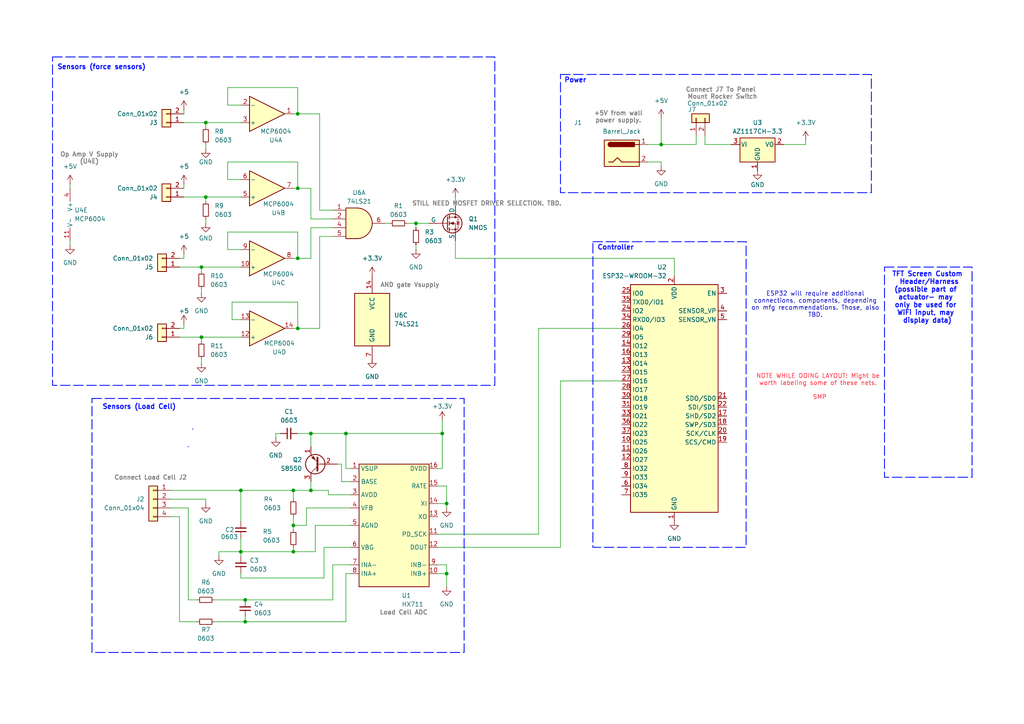
<source format=kicad_sch>
(kicad_sch (version 20231120) (generator "eeschema") (generator_version "8.0")
  (paper "A4")
  (title_block (title "FOPS") (date "2024-11-06") (rev "2") (company "Team 09"))
  (lib_symbols
    (symbol "74xx:74LS21" (pin_names (offset 1.016))
      (property "Reference" "U" (at 0 1.27 0))
      (property "Value" "74LS21" (at 0 -1.27 0))
      (symbol "74LS21_1_1"
        (arc (start -0.635 -4.445) (mid 3.7907 0) (end -0.635 4.445) (stroke (width 0.254)) (fill (type background)))
        (polyline (pts (xy -0.635 4.445) (xy -3.81 4.445) (xy -3.81 -4.445) (xy -0.635 -4.445)) (stroke (width 0.254)) (fill (type background)))
        (pin input line (at -7.62 3.81 0) (length 3.81) (name "~") (number "1"))
        (pin input line (at -7.62 1.27 0) (length 3.81) (name "~") (number "2"))
        (pin input line (at -7.62 -1.27 0) (length 3.81) (name "~") (number "4"))
        (pin input line (at -7.62 -3.81 0) (length 3.81) (name "~") (number "5"))
        (pin output line (at 7.62 0 180) (length 3.81) (name "~") (number "6"))
      )
      (symbol "74LS21_1_2"
        (arc (start -3.81 -4.445) (mid -2.5908 0) (end -3.81 4.445) (stroke (width 0.254)))
        (arc (start -0.6096 -4.445) (mid 2.2246 -2.8422) (end 3.81 0) (stroke (width 0.254)) (fill (type background)))
        (polyline (pts (xy -3.81 -4.445) (xy -0.635 -4.445)) (stroke (width 0.254)) (fill (type background)))
        (polyline (pts (xy -3.81 4.445) (xy -0.635 4.445)) (stroke (width 0.254)) (fill (type background)))
        (polyline (pts (xy -0.635 4.445) (xy -3.81 4.445) (xy -3.81 4.445) (xy -3.6322 4.0894) (xy -3.0988 2.921) (xy -2.7686 1.6764) (xy -2.6162 0.4318) (xy -2.6416 -0.8636) (xy -2.8702 -2.1082) (xy -3.2512 -3.3274) (xy -3.81 -4.445) (xy -3.81 -4.445) (xy -0.635 -4.445)) (stroke (width -25.4)) (fill (type background)))
        (arc (start 3.81 0) (mid 2.2204 2.8379) (end -0.6096 4.445) (stroke (width 0.254)) (fill (type background)))
        (pin input inverted (at -7.62 3.81 0) (length 3.81) (name "~") (number "1"))
        (pin input inverted (at -7.62 1.27 0) (length 4.826) (name "~") (number "2"))
        (pin input inverted (at -7.62 -1.27 0) (length 4.826) (name "~") (number "4"))
        (pin input inverted (at -7.62 -3.81 0) (length 3.81) (name "~") (number "5"))
        (pin output inverted (at 7.62 0 180) (length 3.81) (name "~") (number "6"))
      )
      (symbol "74LS21_2_1"
        (arc (start -0.635 -4.445) (mid 3.7907 0) (end -0.635 4.445) (stroke (width 0.254)) (fill (type background)))
        (polyline (pts (xy -0.635 4.445) (xy -3.81 4.445) (xy -3.81 -4.445) (xy -0.635 -4.445)) (stroke (width 0.254)) (fill (type background)))
        (pin input line (at -7.62 1.27 0) (length 3.81) (name "~") (number "10"))
        (pin input line (at -7.62 -1.27 0) (length 3.81) (name "~") (number "12"))
        (pin input line (at -7.62 -3.81 0) (length 3.81) (name "~") (number "13"))
        (pin output line (at 7.62 0 180) (length 3.81) (name "~") (number "8"))
        (pin input line (at -7.62 3.81 0) (length 3.81) (name "~") (number "9"))
      )
      (symbol "74LS21_2_2"
        (arc (start -3.81 -4.445) (mid -2.5908 0) (end -3.81 4.445) (stroke (width 0.254)))
        (arc (start -0.6096 -4.445) (mid 2.2246 -2.8422) (end 3.81 0) (stroke (width 0.254)) (fill (type background)))
        (polyline (pts (xy -3.81 -4.445) (xy -0.635 -4.445)) (stroke (width 0.254)) (fill (type background)))
        (polyline (pts (xy -3.81 4.445) (xy -0.635 4.445)) (stroke (width 0.254)) (fill (type background)))
        (polyline (pts (xy -0.635 4.445) (xy -3.81 4.445) (xy -3.81 4.445) (xy -3.6322 4.0894) (xy -3.0988 2.921) (xy -2.7686 1.6764) (xy -2.6162 0.4318) (xy -2.6416 -0.8636) (xy -2.8702 -2.1082) (xy -3.2512 -3.3274) (xy -3.81 -4.445) (xy -3.81 -4.445) (xy -0.635 -4.445)) (stroke (width -25.4)) (fill (type background)))
        (arc (start 3.81 0) (mid 2.2204 2.8379) (end -0.6096 4.445) (stroke (width 0.254)) (fill (type background)))
        (pin input inverted (at -7.62 1.27 0) (length 4.826) (name "~") (number "10"))
        (pin input inverted (at -7.62 -1.27 0) (length 4.826) (name "~") (number "12"))
        (pin input inverted (at -7.62 -3.81 0) (length 3.81) (name "~") (number "13"))
        (pin output inverted (at 7.62 0 180) (length 3.81) (name "~") (number "8"))
        (pin input inverted (at -7.62 3.81 0) (length 3.81) (name "~") (number "9"))
      )
      (symbol "74LS21_3_0"
        (pin power_in line (at 0 12.7 270) (length 5.08) (name "VCC") (number "14"))
        (pin power_in line (at 0 -12.7 90) (length 5.08) (name "GND") (number "7"))
      )
      (symbol "74LS21_3_1"
        (rectangle (start -5.08 7.62) (end 5.08 -7.62) (stroke (width 0.254)) (fill (type background)))
      )
    )
    (symbol "Amplifier_Operational:MCP6004" (pin_names (offset 0.127))
      (property "Reference" "U" (at 0 5.08 0))
      (property "Value" "MCP6004" (at 0 -5.08 0))
      (symbol "MCP6004_1_1"
        (polyline (pts (xy -5.08 5.08) (xy 5.08 0) (xy -5.08 -5.08) (xy -5.08 5.08)) (stroke (width 0.254)) (fill (type background)))
        (pin output line (at 7.62 0 180) (length 2.54) (name "~") (number "1"))
        (pin input line (at -7.62 -2.54 0) (length 2.54) (name "-") (number "2"))
        (pin input line (at -7.62 2.54 0) (length 2.54) (name "+") (number "3"))
      )
      (symbol "MCP6004_2_1"
        (polyline (pts (xy -5.08 5.08) (xy 5.08 0) (xy -5.08 -5.08) (xy -5.08 5.08)) (stroke (width 0.254)) (fill (type background)))
        (pin input line (at -7.62 2.54 0) (length 2.54) (name "+") (number "5"))
        (pin input line (at -7.62 -2.54 0) (length 2.54) (name "-") (number "6"))
        (pin output line (at 7.62 0 180) (length 2.54) (name "~") (number "7"))
      )
      (symbol "MCP6004_3_1"
        (polyline (pts (xy -5.08 5.08) (xy 5.08 0) (xy -5.08 -5.08) (xy -5.08 5.08)) (stroke (width 0.254)) (fill (type background)))
        (pin input line (at -7.62 2.54 0) (length 2.54) (name "+") (number "10"))
        (pin output line (at 7.62 0 180) (length 2.54) (name "~") (number "8"))
        (pin input line (at -7.62 -2.54 0) (length 2.54) (name "-") (number "9"))
      )
      (symbol "MCP6004_4_1"
        (polyline (pts (xy -5.08 5.08) (xy 5.08 0) (xy -5.08 -5.08) (xy -5.08 5.08)) (stroke (width 0.254)) (fill (type background)))
        (pin input line (at -7.62 2.54 0) (length 2.54) (name "+") (number "12"))
        (pin input line (at -7.62 -2.54 0) (length 2.54) (name "-") (number "13"))
        (pin output line (at 7.62 0 180) (length 2.54) (name "~") (number "14"))
      )
      (symbol "MCP6004_5_1"
        (pin power_in line (at -2.54 -7.62 90) (length 3.81) (name "V-") (number "11"))
        (pin power_in line (at -2.54 7.62 270) (length 3.81) (name "V+") (number "4"))
      )
    )
    (symbol "Analog_ADC:HX711"
      (property "Reference" "U1" (at 2.1941 -20.32 0))
      (property "Value" "HX711" (at 2.1941 -22.86 0))
      (symbol "HX711_0_1"
        (rectangle (start -10.16 17.78) (end 10.16 -17.78) (stroke (width 0.254)) (fill (type background)))
      )
      (symbol "HX711_1_1"
        (pin power_in line (at -12.7 16.51 0) (length 2.54) (name "VSUP") (number "1"))
        (pin input line (at 12.7 -13.97 180) (length 2.54) (name "INB+") (number "10"))
        (pin input line (at 12.7 -2.54 180) (length 2.54) (name "PD_SCK") (number "11"))
        (pin output line (at 12.7 -6.35 180) (length 2.54) (name "DOUT") (number "12"))
        (pin passive line (at 12.7 2.54 180) (length 2.54) (name "XO") (number "13"))
        (pin passive line (at 12.7 6.35 180) (length 2.54) (name "XI") (number "14"))
        (pin input line (at 12.7 11.43 180) (length 2.54) (name "RATE") (number "15"))
        (pin power_in line (at 12.7 16.51 180) (length 2.54) (name "DVDD") (number "16"))
        (pin passive line (at -12.7 12.7 0) (length 2.54) (name "BASE") (number "2"))
        (pin power_in line (at -12.7 8.89 0) (length 2.54) (name "AVDD") (number "3"))
        (pin input line (at -12.7 5.08 0) (length 2.54) (name "VFB") (number "4"))
        (pin power_in line (at -12.7 0 0) (length 2.54) (name "AGND") (number "5"))
        (pin passive line (at -12.7 -6.35 0) (length 2.54) (name "VBG") (number "6"))
        (pin input line (at -12.7 -11.43 0) (length 2.54) (name "INA-") (number "7"))
        (pin input line (at -12.7 -13.97 0) (length 2.54) (name "INA+") (number "8"))
        (pin input line (at 12.7 -11.43 180) (length 2.54) (name "INB-") (number "9"))
      )
    )
    (symbol "Connector:Barrel_Jack" (pin_names (offset 1.016))
      (property "Reference" "J" (at 0 5.334 0))
      (property "Value" "Barrel_Jack" (at 0 -5.08 0))
      (symbol "Barrel_Jack_0_1"
        (rectangle (start -5.08 3.81) (end 5.08 -3.81) (stroke (width 0.254)) (fill (type background)))
        (arc (start -3.302 3.175) (mid -3.9343 2.54) (end -3.302 1.905) (stroke (width 0.254)))
        (arc (start -3.302 3.175) (mid -3.9343 2.54) (end -3.302 1.905) (stroke (width 0.254)) (fill (type outline)))
        (polyline (pts (xy 5.08 2.54) (xy 3.81 2.54)) (stroke (width 0.254)))
        (polyline (pts (xy -3.81 -2.54) (xy -2.54 -2.54) (xy -1.27 -1.27) (xy 0 -2.54) (xy 2.54 -2.54) (xy 5.08 -2.54)) (stroke (width 0.254)))
        (rectangle (start 3.683 3.175) (end -3.302 1.905) (stroke (width 0.254)) (fill (type outline)))
      )
      (symbol "Barrel_Jack_1_1"
        (pin passive line (at 7.62 2.54 180) (length 2.54) (name "~") (number "1"))
        (pin passive line (at 7.62 -2.54 180) (length 2.54) (name "~") (number "2"))
      )
    )
    (symbol "Connector_Generic:Conn_01x02" (pin_names (offset 1.016) hide)
      (property "Reference" "J" (at 0 2.54 0))
      (property "Value" "Conn_01x02" (at 0 -5.08 0))
      (symbol "Conn_01x02_1_1"
        (rectangle (start -1.27 -2.413) (end 0 -2.667) (stroke (width 0.1524)))
        (rectangle (start -1.27 0.127) (end 0 -0.127) (stroke (width 0.1524)))
        (rectangle (start -1.27 1.27) (end 1.27 -3.81) (stroke (width 0.254)) (fill (type background)))
        (pin passive line (at -5.08 0 0) (length 3.81) (name "Pin_1") (number "1"))
        (pin passive line (at -5.08 -2.54 0) (length 3.81) (name "Pin_2") (number "2"))
      )
    )
    (symbol "Connector_Generic:Conn_01x04" (pin_names (offset 1.016) hide)
      (property "Reference" "J" (at 0 5.08 0))
      (property "Value" "Conn_01x04" (at 0 -7.62 0))
      (symbol "Conn_01x04_1_1"
        (rectangle (start -1.27 -4.953) (end 0 -5.207) (stroke (width 0.1524)))
        (rectangle (start -1.27 -2.413) (end 0 -2.667) (stroke (width 0.1524)))
        (rectangle (start -1.27 0.127) (end 0 -0.127) (stroke (width 0.1524)))
        (rectangle (start -1.27 2.667) (end 0 2.413) (stroke (width 0.1524)))
        (rectangle (start -1.27 3.81) (end 1.27 -6.35) (stroke (width 0.254)) (fill (type background)))
        (pin passive line (at -5.08 2.54 0) (length 3.81) (name "Pin_1") (number "1"))
        (pin passive line (at -5.08 0 0) (length 3.81) (name "Pin_2") (number "2"))
        (pin passive line (at -5.08 -2.54 0) (length 3.81) (name "Pin_3") (number "3"))
        (pin passive line (at -5.08 -5.08 0) (length 3.81) (name "Pin_4") (number "4"))
      )
    )
    (symbol "Device:C_Small" (pin_numbers hide) (pin_names (offset 0.254) hide)
      (property "Reference" "C" (at 0.254 1.778 0))
      (property "Value" "C_Small" (at 0.254 -2.032 0))
      (symbol "C_Small_0_1"
        (polyline (pts (xy -1.524 -0.508) (xy 1.524 -0.508)) (stroke (width 0.3302)))
        (polyline (pts (xy -1.524 0.508) (xy 1.524 0.508)) (stroke (width 0.3048)))
      )
      (symbol "C_Small_1_1"
        (pin passive line (at 0 2.54 270) (length 2.032) (name "~") (number "1"))
        (pin passive line (at 0 -2.54 90) (length 2.032) (name "~") (number "2"))
      )
    )
    (symbol "Device:R_Small" (pin_numbers hide) (pin_names (offset 0.254) hide)
      (property "Reference" "R" (at 0.762 0.508 0))
      (property "Value" "R_Small" (at 0.762 -1.016 0))
      (symbol "R_Small_0_1"
        (rectangle (start -0.762 1.778) (end 0.762 -1.778) (stroke (width 0.2032)))
      )
      (symbol "R_Small_1_1"
        (pin passive line (at 0 2.54 270) (length 0.762) (name "~") (number "1"))
        (pin passive line (at 0 -2.54 90) (length 0.762) (name "~") (number "2"))
      )
    )
    (symbol "RF_Module:ESP32-WROOM-32"
      (property "Reference" "U" (at -12.7 34.29 0))
      (property "Value" "ESP32-WROOM-32" (at 1.27 34.29 0))
      (symbol "ESP32-WROOM-32_0_1"
        (rectangle (start -12.7 33.02) (end 12.7 -33.02) (stroke (width 0.254)) (fill (type background)))
      )
      (symbol "ESP32-WROOM-32_1_1"
        (pin power_in line (at 0 -35.56 90) (length 2.54) (name "GND") (number "1"))
        (pin bidirectional line (at 15.24 -12.7 180) (length 2.54) (name "IO25") (number "10"))
        (pin bidirectional line (at 15.24 -15.24 180) (length 2.54) (name "IO26") (number "11"))
        (pin bidirectional line (at 15.24 -17.78 180) (length 2.54) (name "IO27") (number "12"))
        (pin bidirectional line (at 15.24 10.16 180) (length 2.54) (name "IO14") (number "13"))
        (pin bidirectional line (at 15.24 15.24 180) (length 2.54) (name "IO12") (number "14"))
        (pin passive line (at 0 -35.56 90) (length 2.54) hide (name "GND") (number "15"))
        (pin bidirectional line (at 15.24 12.7 180) (length 2.54) (name "IO13") (number "16"))
        (pin bidirectional line (at -15.24 -5.08 0) (length 2.54) (name "SHD/SD2") (number "17"))
        (pin bidirectional line (at -15.24 -7.62 0) (length 2.54) (name "SWP/SD3") (number "18"))
        (pin bidirectional line (at -15.24 -12.7 0) (length 2.54) (name "SCS/CMD") (number "19"))
        (pin power_in line (at 0 35.56 270) (length 2.54) (name "VDD") (number "2"))
        (pin bidirectional line (at -15.24 -10.16 0) (length 2.54) (name "SCK/CLK") (number "20"))
        (pin bidirectional line (at -15.24 0 0) (length 2.54) (name "SDO/SD0") (number "21"))
        (pin bidirectional line (at -15.24 -2.54 0) (length 2.54) (name "SDI/SD1") (number "22"))
        (pin bidirectional line (at 15.24 7.62 180) (length 2.54) (name "IO15") (number "23"))
        (pin bidirectional line (at 15.24 25.4 180) (length 2.54) (name "IO2") (number "24"))
        (pin bidirectional line (at 15.24 30.48 180) (length 2.54) (name "IO0") (number "25"))
        (pin bidirectional line (at 15.24 20.32 180) (length 2.54) (name "IO4") (number "26"))
        (pin bidirectional line (at 15.24 5.08 180) (length 2.54) (name "IO16") (number "27"))
        (pin bidirectional line (at 15.24 2.54 180) (length 2.54) (name "IO17") (number "28"))
        (pin bidirectional line (at 15.24 17.78 180) (length 2.54) (name "IO5") (number "29"))
        (pin input line (at -15.24 30.48 0) (length 2.54) (name "EN") (number "3"))
        (pin bidirectional line (at 15.24 0 180) (length 2.54) (name "IO18") (number "30"))
        (pin bidirectional line (at 15.24 -2.54 180) (length 2.54) (name "IO19") (number "31"))
        (pin no_connect line (at -12.7 -27.94 0) (length 2.54) hide (name "NC") (number "32"))
        (pin bidirectional line (at 15.24 -5.08 180) (length 2.54) (name "IO21") (number "33"))
        (pin bidirectional line (at 15.24 22.86 180) (length 2.54) (name "RXD0/IO3") (number "34"))
        (pin bidirectional line (at 15.24 27.94 180) (length 2.54) (name "TXD0/IO1") (number "35"))
        (pin bidirectional line (at 15.24 -7.62 180) (length 2.54) (name "IO22") (number "36"))
        (pin bidirectional line (at 15.24 -10.16 180) (length 2.54) (name "IO23") (number "37"))
        (pin passive line (at 0 -35.56 90) (length 2.54) hide (name "GND") (number "38"))
        (pin passive line (at 0 -35.56 90) (length 2.54) hide (name "GND") (number "39"))
        (pin input line (at -15.24 25.4 0) (length 2.54) (name "SENSOR_VP") (number "4"))
        (pin input line (at -15.24 22.86 0) (length 2.54) (name "SENSOR_VN") (number "5"))
        (pin input line (at 15.24 -25.4 180) (length 2.54) (name "IO34") (number "6"))
        (pin input line (at 15.24 -27.94 180) (length 2.54) (name "IO35") (number "7"))
        (pin bidirectional line (at 15.24 -20.32 180) (length 2.54) (name "IO32") (number "8"))
        (pin bidirectional line (at 15.24 -22.86 180) (length 2.54) (name "IO33") (number "9"))
      )
    )
    (symbol "Regulator_Linear:AZ1117-3.3" (pin_names (offset 0.254))
      (property "Reference" "U" (at -3.81 3.175 0))
      (property "Value" "AZ1117-3.3" (at 0 3.175 0))
      (symbol "AZ1117-3.3_0_1"
        (rectangle (start -5.08 1.905) (end 5.08 -5.08) (stroke (width 0.254)) (fill (type background)))
      )
      (symbol "AZ1117-3.3_1_1"
        (pin power_in line (at 0 -7.62 90) (length 2.54) (name "GND") (number "1"))
        (pin power_out line (at 7.62 0 180) (length 2.54) (name "VO") (number "2"))
        (pin power_in line (at -7.62 0 0) (length 2.54) (name "VI") (number "3"))
      )
    )
    (symbol "Simulation_SPICE:NMOS" (pin_numbers hide) (pin_names (offset 0))
      (property "Reference" "Q" (at 5.08 1.27 0))
      (property "Value" "NMOS" (at 5.08 -1.27 0))
      (symbol "NMOS_0_1"
        (polyline (pts (xy 0.254 0) (xy -2.54 0)))
        (polyline (pts (xy 0.254 1.905) (xy 0.254 -1.905)) (stroke (width 0.254)))
        (polyline (pts (xy 0.762 -1.27) (xy 0.762 -2.286)) (stroke (width 0.254)))
        (polyline (pts (xy 0.762 0.508) (xy 0.762 -0.508)) (stroke (width 0.254)))
        (polyline (pts (xy 0.762 2.286) (xy 0.762 1.27)) (stroke (width 0.254)))
        (polyline (pts (xy 2.54 2.54) (xy 2.54 1.778)))
        (polyline (pts (xy 2.54 -2.54) (xy 2.54 0) (xy 0.762 0)))
        (polyline (pts (xy 0.762 -1.778) (xy 3.302 -1.778) (xy 3.302 1.778) (xy 0.762 1.778)))
        (polyline (pts (xy 1.016 0) (xy 2.032 0.381) (xy 2.032 -0.381) (xy 1.016 0)) (fill (type outline)))
        (polyline (pts (xy 2.794 0.508) (xy 2.921 0.381) (xy 3.683 0.381) (xy 3.81 0.254)))
        (polyline (pts (xy 3.302 0.381) (xy 2.921 -0.254) (xy 3.683 -0.254) (xy 3.302 0.381)))
        (circle (center 1.651 0) (radius 2.794) (stroke (width 0.254)))
        (circle (center 2.54 -1.778) (radius 0.254) (fill (type outline)))
        (circle (center 2.54 1.778) (radius 0.254) (fill (type outline)))
      )
      (symbol "NMOS_1_1"
        (pin passive line (at 2.54 5.08 270) (length 2.54) (name "D") (number "1"))
        (pin input line (at -5.08 0 0) (length 2.54) (name "G") (number "2"))
        (pin passive line (at 2.54 -5.08 90) (length 2.54) (name "S") (number "3"))
      )
    )
    (symbol "Transistor_BJT:S8550" (pin_names (offset 0) hide)
      (property "Reference" "Q" (at 5.08 1.905 0))
      (property "Value" "S8550" (at 5.08 0 0))
      (symbol "S8550_0_1"
        (polyline (pts (xy 0 0) (xy 0.635 0)))
        (polyline (pts (xy 2.54 -2.54) (xy 0.635 -0.635)))
        (polyline (pts (xy 2.54 2.54) (xy 0.635 0.635)))
        (polyline (pts (xy 0.635 1.905) (xy 0.635 -1.905) (xy 0.635 -1.905)) (stroke (width 0.508)) (fill (type outline)))
        (polyline (pts (xy 1.778 -2.286) (xy 2.286 -1.778) (xy 1.27 -1.27) (xy 1.778 -2.286) (xy 1.778 -2.286)) (fill (type outline)))
        (circle (center 1.27 0) (radius 2.8194) (stroke (width 0.254)))
      )
      (symbol "S8550_1_1"
        (pin passive line (at 2.54 -5.08 90) (length 2.54) (name "E") (number "1"))
        (pin input line (at -5.08 0 0) (length 5.08) (name "B") (number "2"))
        (pin passive line (at 2.54 5.08 270) (length 2.54) (name "C") (number "3"))
      )
    )
    (symbol "power:+3.3V" (power) (pin_numbers hide) (pin_names (offset 0) hide)
      (property "Value" "+3.3V" (at 0 3.556 0))
      (symbol "+3.3V_0_1"
        (polyline (pts (xy -0.762 1.27) (xy 0 2.54)))
        (polyline (pts (xy 0 0) (xy 0 2.54)))
        (polyline (pts (xy 0 2.54) (xy 0.762 1.27)))
      )
      (symbol "+3.3V_1_1"
        (pin power_in line (at 0 0 90) (length 0) (name "~") (number "1"))
      )
    )
    (symbol "power:+5V" (power) (pin_numbers hide) (pin_names (offset 0) hide)
      (property "Value" "+5V" (at 0 3.556 0))
      (symbol "+5V_0_1"
        (polyline (pts (xy -0.762 1.27) (xy 0 2.54)))
        (polyline (pts (xy 0 0) (xy 0 2.54)))
        (polyline (pts (xy 0 2.54) (xy 0.762 1.27)))
      )
      (symbol "+5V_1_1"
        (pin power_in line (at 0 0 90) (length 0) (name "~") (number "1"))
      )
    )
    (symbol "power:GND" (power) (pin_numbers hide) (pin_names (offset 0) hide)
      (property "Value" "GND" (at 0 -3.81 0))
      (symbol "GND_0_1"
        (polyline (pts (xy 0 0) (xy 0 -1.27) (xy 1.27 -1.27) (xy 0 -2.54) (xy -1.27 -1.27) (xy 0 -1.27)))
      )
      (symbol "GND_1_1"
        (pin power_in line (at 0 0 270) (length 0) (name "~") (number "1"))
      )
    )
  )
  (junction (at 129.54 166.37))
  (junction (at 59.69 35.56))
  (junction (at 128.27 125.73))
  (junction (at 191.77 41.91))
  (junction (at 86.36 74.93))
  (junction (at 90.17 125.73))
  (junction (at 69.85 160.02))
  (junction (at 85.09 142.24))
  (junction (at 69.85 142.24))
  (junction (at 58.42 77.47))
  (junction (at 100.33 125.73))
  (junction (at 71.12 173.99))
  (junction (at 71.12 180.34))
  (junction (at 59.69 57.15))
  (junction (at 85.09 152.4))
  (junction (at 90.17 142.24))
  (junction (at 129.54 146.05))
  (junction (at 86.36 54.61))
  (junction (at 86.36 33.02))
  (junction (at 58.42 97.79))
  (junction (at 85.09 160.02))
  (junction (at 120.65 64.77))
  (junction (at 86.36 95.25))
  (wire (pts (xy 62.23 173.99) (xy 71.12 173.99)))
  (wire (pts (xy 111.76 64.77) (xy 113.03 64.77)))
  (wire (pts (xy 127 140.97) (xy 129.54 140.97)))
  (wire (pts (xy 162.56 158.75) (xy 162.56 110.49)))
  (wire (pts (xy 85.09 74.93) (xy 86.36 74.93)))
  (wire (pts (xy 53.34 53.34) (xy 53.34 54.61)))
  (wire (pts (xy 52.07 97.79) (xy 58.42 97.79)))
  (wire (pts (xy 58.42 97.79) (xy 58.42 99.06)))
  (wire (pts (xy 191.77 46.99) (xy 191.77 48.26)))
  (wire (pts (xy 93.98 167.64) (xy 69.85 167.64)))
  (wire (pts (xy 49.53 142.24) (xy 69.85 142.24)))
  (wire (pts (xy 69.85 160.02) (xy 85.09 160.02)))
  (wire (pts (xy 86.36 74.93) (xy 90.17 74.93)))
  (wire (pts (xy 69.85 142.24) (xy 69.85 151.13)))
  (wire (pts (xy 204.47 41.91) (xy 204.47 39.37)))
  (wire (pts (xy 227.33 41.91) (xy 233.68 41.91)))
  (wire (pts (xy 85.09 160.02) (xy 85.09 158.75)))
  (wire (pts (xy 80.01 125.73) (xy 80.01 127)))
  (wire (pts (xy 69.85 156.21) (xy 69.85 160.02)))
  (wire (pts (xy 49.53 144.78) (xy 59.69 144.78)))
  (wire (pts (xy 63.5 160.02) (xy 69.85 160.02)))
  (wire (pts (xy 101.6 147.32) (xy 88.9 147.32)))
  (wire (pts (xy 90.17 125.73) (xy 100.33 125.73)))
  (wire (pts (xy 132.08 74.93) (xy 195.58 74.93)))
  (wire (pts (xy 204.47 41.91) (xy 212.09 41.91)))
  (wire (pts (xy 92.71 68.58) (xy 96.52 68.58)))
  (wire (pts (xy 59.69 144.78) (xy 59.69 146.05)))
  (wire (pts (xy 59.69 58.42) (xy 59.69 57.15)))
  (wire (pts (xy 67.31 92.71) (xy 69.85 92.71)))
  (wire (pts (xy 162.56 110.49) (xy 180.34 110.49)))
  (wire (pts (xy 191.77 41.91) (xy 201.93 41.91)))
  (wire (pts (xy 66.04 72.39) (xy 69.85 72.39)))
  (wire (pts (xy 59.69 41.91) (xy 59.69 43.18)))
  (wire (pts (xy 59.69 35.56) (xy 69.85 35.56)))
  (wire (pts (xy 81.28 125.73) (xy 80.01 125.73)))
  (wire (pts (xy 20.32 53.34) (xy 20.32 54.61)))
  (wire (pts (xy 53.34 73.66) (xy 53.34 74.93)))
  (wire (pts (xy 127 166.37) (xy 129.54 166.37)))
  (wire (pts (xy 52.07 95.25) (xy 53.34 95.25)))
  (wire (pts (xy 58.42 104.14) (xy 58.42 105.41)))
  (wire (pts (xy 118.11 64.77) (xy 120.65 64.77)))
  (wire (pts (xy 191.77 41.91) (xy 191.77 34.29)))
  (wire (pts (xy 92.71 33.02) (xy 92.71 60.96)))
  (wire (pts (xy 85.09 152.4) (xy 85.09 153.67)))
  (wire (pts (xy 66.04 67.31) (xy 86.36 67.31)))
  (wire (pts (xy 52.07 149.86) (xy 52.07 180.34)))
  (wire (pts (xy 67.31 87.63) (xy 67.31 92.71)))
  (wire (pts (xy 58.42 97.79) (xy 69.85 97.79)))
  (wire (pts (xy 101.6 166.37) (xy 100.33 166.37)))
  (wire (pts (xy 90.17 125.73) (xy 90.17 129.54)))
  (wire (pts (xy 86.36 67.31) (xy 86.36 74.93)))
  (wire (pts (xy 86.36 46.99) (xy 86.36 54.61)))
  (wire (pts (xy 85.09 33.02) (xy 86.36 33.02)))
  (wire (pts (xy 120.65 64.77) (xy 120.65 66.04)))
  (wire (pts (xy 85.09 149.86) (xy 85.09 152.4)))
  (wire (pts (xy 156.21 95.25) (xy 180.34 95.25)))
  (wire (pts (xy 100.33 166.37) (xy 100.33 180.34)))
  (wire (pts (xy 20.32 69.85) (xy 20.32 71.12)))
  (wire (pts (xy 69.85 142.24) (xy 85.09 142.24)))
  (wire (pts (xy 63.5 161.29) (xy 63.5 160.02)))
  (wire (pts (xy 58.42 78.74) (xy 58.42 77.47)))
  (wire (pts (xy 58.42 77.47) (xy 69.85 77.47)))
  (wire (pts (xy 71.12 173.99) (xy 96.52 173.99)))
  (wire (pts (xy 101.6 135.89) (xy 100.33 135.89)))
  (wire (pts (xy 92.71 95.25) (xy 92.71 68.58)))
  (wire (pts (xy 49.53 147.32) (xy 54.61 147.32)))
  (wire (pts (xy 86.36 54.61) (xy 90.17 54.61)))
  (wire (pts (xy 88.9 147.32) (xy 88.9 152.4)))
  (wire (pts (xy 85.09 160.02) (xy 91.44 160.02)))
  (wire (pts (xy 59.69 57.15) (xy 69.85 57.15)))
  (wire (pts (xy 129.54 146.05) (xy 129.54 147.32)))
  (wire (pts (xy 90.17 142.24) (xy 90.17 139.7)))
  (wire (pts (xy 85.09 142.24) (xy 90.17 142.24)))
  (wire (pts (xy 86.36 125.73) (xy 90.17 125.73)))
  (wire (pts (xy 52.07 74.93) (xy 53.34 74.93)))
  (wire (pts (xy 91.44 152.4) (xy 91.44 160.02)))
  (wire (pts (xy 100.33 125.73) (xy 100.33 135.89)))
  (wire (pts (xy 49.53 149.86) (xy 52.07 149.86)))
  (wire (pts (xy 101.6 143.51) (xy 95.25 143.51)))
  (wire (pts (xy 58.42 85.09) (xy 58.42 83.82)))
  (wire (pts (xy 53.34 57.15) (xy 59.69 57.15)))
  (wire (pts (xy 53.34 31.75) (xy 53.34 33.02)))
  (wire (pts (xy 86.36 25.4) (xy 86.36 33.02)))
  (wire (pts (xy 66.04 52.07) (xy 69.85 52.07)))
  (wire (pts (xy 156.21 154.94) (xy 156.21 95.25)))
  (wire (pts (xy 107.95 105.41) (xy 107.95 104.14)))
  (wire (pts (xy 127 163.83) (xy 129.54 163.83)))
  (wire (pts (xy 66.04 46.99) (xy 66.04 52.07)))
  (wire (pts (xy 132.08 57.15) (xy 132.08 59.69)))
  (wire (pts (xy 128.27 121.92) (xy 128.27 125.73)))
  (wire (pts (xy 88.9 152.4) (xy 85.09 152.4)))
  (wire (pts (xy 96.52 163.83) (xy 96.52 173.99)))
  (wire (pts (xy 52.07 180.34) (xy 57.15 180.34)))
  (wire (pts (xy 99.06 134.62) (xy 97.79 134.62)))
  (wire (pts (xy 62.23 180.34) (xy 71.12 180.34)))
  (wire (pts (xy 92.71 60.96) (xy 96.52 60.96)))
  (wire (pts (xy 90.17 63.5) (xy 96.52 63.5)))
  (wire (pts (xy 127 154.94) (xy 156.21 154.94)))
  (wire (pts (xy 120.65 64.77) (xy 124.46 64.77)))
  (wire (pts (xy 71.12 180.34) (xy 100.33 180.34)))
  (wire (pts (xy 101.6 152.4) (xy 91.44 152.4)))
  (wire (pts (xy 195.58 74.93) (xy 195.58 80.01)))
  (wire (pts (xy 99.06 134.62) (xy 99.06 139.7)))
  (wire (pts (xy 66.04 25.4) (xy 66.04 30.48)))
  (wire (pts (xy 90.17 54.61) (xy 90.17 63.5)))
  (wire (pts (xy 99.06 139.7) (xy 101.6 139.7)))
  (wire (pts (xy 129.54 146.05) (xy 127 146.05)))
  (wire (pts (xy 54.61 147.32) (xy 54.61 173.99)))
  (wire (pts (xy 53.34 93.98) (xy 53.34 95.25)))
  (wire (pts (xy 129.54 163.83) (xy 129.54 166.37)))
  (wire (pts (xy 129.54 140.97) (xy 129.54 146.05)))
  (wire (pts (xy 66.04 46.99) (xy 86.36 46.99)))
  (wire (pts (xy 85.09 54.61) (xy 86.36 54.61)))
  (wire (pts (xy 90.17 66.04) (xy 96.52 66.04)))
  (wire (pts (xy 85.09 95.25) (xy 86.36 95.25)))
  (wire (pts (xy 67.31 87.63) (xy 86.36 87.63)))
  (wire (pts (xy 187.96 41.91) (xy 191.77 41.91)))
  (wire (pts (xy 120.65 71.12) (xy 120.65 72.39)))
  (wire (pts (xy 90.17 74.93) (xy 90.17 66.04)))
  (wire (pts (xy 132.08 69.85) (xy 132.08 74.93)))
  (wire (pts (xy 127 158.75) (xy 162.56 158.75)))
  (wire (pts (xy 86.36 95.25) (xy 92.71 95.25)))
  (wire (pts (xy 100.33 125.73) (xy 128.27 125.73)))
  (wire (pts (xy 95.25 142.24) (xy 90.17 142.24)))
  (wire (pts (xy 69.85 167.64) (xy 69.85 166.37)))
  (wire (pts (xy 86.36 33.02) (xy 92.71 33.02)))
  (wire (pts (xy 54.61 173.99) (xy 57.15 173.99)))
  (wire (pts (xy 93.98 158.75) (xy 93.98 167.64)))
  (wire (pts (xy 85.09 142.24) (xy 85.09 144.78)))
  (wire (pts (xy 101.6 163.83) (xy 96.52 163.83)))
  (wire (pts (xy 86.36 87.63) (xy 86.36 95.25)))
  (wire (pts (xy 187.96 46.99) (xy 191.77 46.99)))
  (wire (pts (xy 129.54 166.37) (xy 129.54 170.18)))
  (wire (pts (xy 59.69 64.77) (xy 59.69 63.5)))
  (wire (pts (xy 71.12 180.34) (xy 71.12 179.07)))
  (wire (pts (xy 95.25 143.51) (xy 95.25 142.24)))
  (wire (pts (xy 66.04 25.4) (xy 86.36 25.4)))
  (wire (pts (xy 101.6 158.75) (xy 93.98 158.75)))
  (wire (pts (xy 201.93 41.91) (xy 201.93 39.37)))
  (wire (pts (xy 128.27 135.89) (xy 128.27 125.73)))
  (wire (pts (xy 233.68 40.64) (xy 233.68 41.91)))
  (wire (pts (xy 53.34 35.56) (xy 59.69 35.56)))
  (wire (pts (xy 66.04 30.48) (xy 69.85 30.48)))
  (wire (pts (xy 52.07 77.47) (xy 58.42 77.47)))
  (wire (pts (xy 66.04 67.31) (xy 66.04 72.39)))
  (wire (pts (xy 127 135.89) (xy 128.27 135.89)))
  (wire (pts (xy 59.69 35.56) (xy 59.69 36.83)))
  (wire (pts (xy 69.85 160.02) (xy 69.85 161.29)))
  (rectangle (start 15.24 16.51) (end 143.51 111.76) (stroke (width 0.254) (type dash) (color 0 11 255 1)))
  (rectangle (start 162.56 21.59) (end 252.73 55.88) (stroke (width 0.254) (type dash) (color 0 11 255 1)))
  (circle (center 54.61 129.54) (radius 0.0001))
  (rectangle (start 256.54 77.47) (end 281.94 138.43) (stroke (width 0.254) (type dash) (color 0 11 255 1)))
  (rectangle (start 26.67 115.57) (end 134.62 189.23) (stroke (width 0.254) (type dash) (color 0 11 255 1)))
  (rectangle (start 171.958 70.104) (end 216.408 158.75) (stroke (width 0.254) (type dash) (color 0 11 255 1)))
  (circle (center 55.88 124.46) (radius 0.0001))
  (text "Connect J7 To Panel\n Mount Rocker Switch" (at 209.042 27.178 0) (effects (font (size 1.27 1.27) (thickness 0.254) (bold yes))))
  (text "ESP32 will require additional\nconnections, components, depending\non mfg recommendations. Those, also\nTBD." (at 236.474 88.392 0) (effects (font (size 1.27 1.27))))
  (text "Controller\n" (at 178.562 71.882 0) (effects (font (size 1.397 1.397) (thickness 0.2794) (bold yes))))
  (text "Power" (at 166.878 23.368 0) (effects (font (size 1.397 1.397) (thickness 0.2794) (bold yes))))
  (text "+5V from wall \npower supply. " (at 179.832 34.036 0) (effects (font (size 1.27 1.27) (thickness 0.254) (bold yes))))
  (text "Op Amp V Supply\n(U4E)\n" (at 25.908 45.974 0) (effects (font (size 1.27 1.27) (thickness 0.254) (bold yes))))
  (text "Sensors (Load Cell)" (at 40.386 118.11 0) (effects (font (size 1.397 1.397) (thickness 0.2794) (bold yes))))
  (text "Load Cell ADC" (at 117.094 177.8 0) (effects (font (size 1.27 1.27) (thickness 0.254) (bold yes))))
  (text "STILL NEED MOSFET DRIVER SELECTION. TBD." (at 141.224 59.182 0) (effects (font (size 1.27 1.27) (thickness 0.254) (bold yes))))
  (text "NOTE WHILE DOING LAYOUT: Might be \nworth labeling some of these nets. \n\nSMP" (at 237.744 112.268 0) (effects (font (size 1.27 1.27))))
  (text "Sensors (force sensors)" (at 29.464 19.558 0) (effects (font (size 1.397 1.397) (thickness 0.2794) (bold yes))))
  (text "Connect Load Cell J2\n" (at 43.688 138.684 0) (effects (font (size 1.27 1.27) (thickness 0.254) (bold yes))))
  (text "TFT Screen Custom\n Header/Harness\n(possible part of \nactuator- may \nonly be used for \nWiFi input, may \ndisplay data)" (at 268.986 86.36 0) (effects (font (size 1.397 1.397) (thickness 0.2794) (bold yes))))
  (text "AND gate Vsupply\n" (at 118.872 82.804 0) (effects (font (size 1.27 1.27) (thickness 0.254) (bold yes))))
  (symbol (lib_id "power:+3.3V") (at 53.34 93.98 0) (unit 1)
    (property "Reference" "#PWR021" (effects (hide yes)))
    (property "Value" "+5" (at 53.34 90.17 0))
    (property "Description" "Power symbol creates a global label with name \"+3.3V\"" (effects (hide yes)))
  )
  (symbol (lib_id "Amplifier_Operational:MCP6004") (at 77.47 54.61 0) (mirror x) (unit 2)
    (property "Reference" "U4" (at 80.772 61.722 0))
    (property "Value" "MCP6004" (at 80.772 59.182 0))
    (property "Footprint" "Package_SO:SOIC-14_3.9x8.7mm_P1.27mm" (effects (hide yes)))
    (property "Datasheet" "http://ww1.microchip.com/downloads/en/DeviceDoc/21733j.pdf" (effects (hide yes)))
    (property "Description" "1MHz, Low-Power Op Amp, DIP-14/SOIC-14/TSSOP-14" (effects (hide yes)))
  )
  (symbol (lib_id "power:GND") (at 219.71 49.53 0) (unit 1)
    (property "Reference" "#PWR02" (effects (hide yes)))
    (property "Value" "GND" (at 219.71 53.594 0))
    (property "Description" "Power symbol creates a global label with name \"GND\" , ground" (effects (hide yes)))
  )
  (symbol (lib_id "power:+3.3V") (at 53.34 53.34 0) (unit 1)
    (property "Reference" "#PWR016" (effects (hide yes)))
    (property "Value" "+5" (at 53.34 48.26 0))
    (property "Description" "Power symbol creates a global label with name \"+3.3V\"" (effects (hide yes)))
  )
  (symbol (lib_id "Device:R_Small") (at 85.09 147.32 180) (unit 1)
    (property "Reference" "R4" (at 76.454 144.78 0) (effects (justify right)))
    (property "Value" "0603" (at 76.454 147.32 0) (effects (justify right)))
    (property "Footprint" "Resistor_SMD:R_0201_0603Metric" (effects (hide yes)))
    (property "Description" "Resistor, small symbol" (effects (hide yes)))
  )
  (symbol (lib_id "power:+3.3V") (at 107.95 80.01 0) (unit 1)
    (property "Reference" "#PWR026" (effects (hide yes)))
    (property "Value" "+3.3V" (at 107.95 74.93 0))
    (property "Description" "Power symbol creates a global label with name \"+3.3V\"" (effects (hide yes)))
  )
  (symbol (lib_id "Connector_Generic:Conn_01x02") (at 46.99 77.47 180) (unit 1)
    (property "Reference" "J5" (at 44.45 77.4701 0) (effects (justify left)))
    (property "Value" "Conn_01x02" (at 44.45 74.9301 0) (effects (justify left)))
    (property "Footprint" "Connector_JST:JST_XA_S02B-XASK-1_1x02_P2.50mm_Horizontal" (effects (hide yes)))
    (property "Description" "Generic connector, single row, 01x02, script generated (kicad-library-utils/schlib/autogen/connector/)" (effects (hide yes)))
  )
  (symbol (lib_id "power:GND") (at 129.54 147.32 0) (unit 1)
    (property "Reference" "#PWR015" (effects (hide yes)))
    (property "Value" "GND" (at 129.54 152.4 0))
    (property "Description" "Power symbol creates a global label with name \"GND\" , ground" (effects (hide yes)))
  )
  (symbol (lib_id "RF_Module:ESP32-WROOM-32") (at 195.58 115.57 0) (mirror y) (unit 1)
    (property "Reference" "U2" (at 193.3859 77.47 0) (effects (justify left)))
    (property "Value" "ESP32-WROOM-32" (at 193.3859 80.01 0) (effects (justify left)))
    (property "Footprint" "RF_Module:ESP32-WROOM-32" (effects (hide yes)))
    (property "Datasheet" "https://www.espressif.com/sites/default/files/documentation/esp32-wroom-32_datasheet_en.pdf" (effects (hide yes)))
    (property "Description" "RF Module, ESP32-D0WDQ6 SoC, Wi-Fi 802.11b/g/n, Bluetooth, BLE, 32-bit, 2.7-3.6V, onboard antenna, SMD" (effects (hide yes)))
  )
  (symbol (lib_id "Amplifier_Operational:MCP6004") (at 77.47 74.93 0) (mirror x) (unit 3)
    (property "Reference" "U4" (at 80.772 82.042 0))
    (property "Value" "MCP6004" (at 80.772 79.502 0))
    (property "Footprint" "Package_SO:SOIC-14_3.9x8.7mm_P1.27mm" (effects (hide yes)))
    (property "Datasheet" "http://ww1.microchip.com/downloads/en/DeviceDoc/21733j.pdf" (effects (hide yes)))
    (property "Description" "1MHz, Low-Power Op Amp, DIP-14/SOIC-14/TSSOP-14" (effects (hide yes)))
  )
  (symbol (lib_id "power:GND") (at 59.69 43.18 0) (unit 1)
    (property "Reference" "#PWR025" (effects (hide yes)))
    (property "Value" "GND" (at 59.69 46.99 0))
    (property "Description" "Power symbol creates a global label with name \"GND\" , ground" (effects (hide yes)))
  )
  (symbol (lib_id "Device:C_Small") (at 69.85 163.83 180) (unit 1)
    (property "Reference" "C3" (at 72.39 162.5535 0) (effects (justify right)))
    (property "Value" "0603" (at 72.39 165.0935 0) (effects (justify right)))
    (property "Footprint" "Capacitor_SMD:C_0201_0603Metric" (effects (hide yes)))
    (property "Description" "Unpolarized capacitor, small symbol" (effects (hide yes)))
  )
  (symbol (lib_id "power:+5V") (at 20.32 53.34 0) (unit 1)
    (property "Reference" "#PWR05" (effects (hide yes)))
    (property "Value" "+5V" (at 20.32 48.26 0))
    (property "Description" "Power symbol creates a global label with name \"+5V\"" (effects (hide yes)))
  )
  (symbol (lib_id "Device:R_Small") (at 59.69 180.34 270) (unit 1)
    (property "Reference" "R7" (at 59.69 182.626 90))
    (property "Value" "0603" (at 59.69 185.166 90))
    (property "Footprint" "Resistor_SMD:R_0201_0603Metric" (effects (hide yes)))
    (property "Description" "Resistor, small symbol" (effects (hide yes)))
  )
  (symbol (lib_id "power:+3.3V") (at 53.34 73.66 0) (unit 1)
    (property "Reference" "#PWR019" (effects (hide yes)))
    (property "Value" "+5" (at 53.34 68.58 0))
    (property "Description" "Power symbol creates a global label with name \"+3.3V\"" (effects (hide yes)))
  )
  (symbol (lib_id "power:+3.3V") (at 233.68 40.64 0) (unit 1)
    (property "Reference" "#PWR07" (effects (hide yes)))
    (property "Value" "+3.3V" (at 233.68 35.56 0))
    (property "Description" "Power symbol creates a global label with name \"+3.3V\"" (effects (hide yes)))
  )
  (symbol (lib_id "power:GND") (at 58.42 105.41 0) (unit 1)
    (property "Reference" "#PWR022" (effects (hide yes)))
    (property "Value" "GND" (at 58.42 110.49 0))
    (property "Description" "Power symbol creates a global label with name \"GND\" , ground" (effects (hide yes)))
  )
  (symbol (lib_id "Connector_Generic:Conn_01x02") (at 201.93 34.29 90) (unit 1)
    (property "Reference" "J7" (at 201.9299 31.75 90) (effects (justify left)))
    (property "Value" "Conn_01x02" (at 211.074 29.972 90) (effects (justify left)))
    (property "Footprint" "Connector_JST:JST_XA_S02B-XASK-1_1x02_P2.50mm_Horizontal" (effects (hide yes)))
    (property "Description" "Generic connector, single row, 01x02, script generated (kicad-library-utils/schlib/autogen/connector/)" (effects (hide yes)))
  )
  (symbol (lib_id "Device:R_Small") (at 58.42 81.28 180) (unit 1)
    (property "Reference" "R10" (at 60.96 80.0099 0) (effects (justify right)))
    (property "Value" "0603" (at 60.96 82.5499 0) (effects (justify right)))
    (property "Footprint" "Resistor_SMD:R_0201_0603Metric" (effects (hide yes)))
    (property "Description" "Resistor, small symbol" (effects (hide yes)))
  )
  (symbol (lib_id "Transistor_BJT:S8550") (at 92.71 134.62 180) (unit 1)
    (property "Reference" "Q2" (at 87.63 133.3499 0) (effects (justify left)))
    (property "Value" "S8550" (at 87.63 135.8899 0) (effects (justify left)))
    (property "Footprint" "Package_TO_SOT_SMD:SOT-23-3" (effects (hide yes)))
    (property "Datasheet" "http://www.unisonic.com.tw/datasheet/S8550.pdf" (effects (hide yes)))
    (property "Description" "0.7A Ic, 20V Vce, Low Voltage High Current PNP Transistor, TO-92" (effects (hide yes)))
  )
  (symbol (lib_id "Device:R_Small") (at 59.69 60.96 180) (unit 1)
    (property "Reference" "R9" (at 62.23 59.6899 0) (effects (justify right)))
    (property "Value" "0603" (at 62.23 62.2299 0) (effects (justify right)))
    (property "Footprint" "Resistor_SMD:R_0201_0603Metric" (effects (hide yes)))
    (property "Description" "Resistor, small symbol" (effects (hide yes)))
  )
  (symbol (lib_id "power:GND") (at 129.54 170.18 0) (unit 1)
    (property "Reference" "#PWR014" (effects (hide yes)))
    (property "Value" "GND" (at 129.54 175.26 0))
    (property "Description" "Power symbol creates a global label with name \"GND\" , ground" (effects (hide yes)))
  )
  (symbol (lib_id "Analog_ADC:HX711") (at 114.3 152.4 0) (unit 1)
    (property "Reference" "U1" (at 116.4941 172.72 0) (effects (justify left)))
    (property "Value" "HX711" (at 116.4941 175.26 0) (effects (justify left)))
    (property "Footprint" "Package_SO:SOP-16_3.9x9.9mm_P1.27mm" (effects (hide yes)))
    (property "Datasheet" "https://web.archive.org/web/20220615044707/https://akizukidenshi.com/download/ds/avia/hx711.pdf" (effects (hide yes)))
    (property "Description" "24-Bit Analog-to-Digital Converter (ADC) for Weight Scales" (effects (hide yes)))
  )
  (symbol (lib_id "power:+3.3V") (at 53.34 31.75 0) (unit 1)
    (property "Reference" "#PWR018" (effects (hide yes)))
    (property "Value" "+5" (at 53.34 26.67 0))
    (property "Description" "Power symbol creates a global label with name \"+3.3V\"" (effects (hide yes)))
  )
  (symbol (lib_id "power:+3.3V") (at 128.27 121.92 0) (unit 1)
    (property "Reference" "#PWR011" (effects (hide yes)))
    (property "Value" "+3.3V" (at 128.27 117.856 0))
    (property "Description" "Power symbol creates a global label with name \"+3.3V\"" (effects (hide yes)))
  )
  (symbol (lib_id "power:GND") (at 59.69 146.05 0) (unit 1)
    (property "Reference" "#PWR012" (effects (hide yes)))
    (property "Value" "GND" (at 59.69 151.13 0))
    (property "Description" "Power symbol creates a global label with name \"GND\" , ground" (effects (hide yes)))
  )
  (symbol (lib_id "74xx:74LS21") (at 104.14 64.77 0) (unit 1)
    (property "Reference" "U6" (at 104.1303 55.88 0))
    (property "Value" "74LS21" (at 104.1303 58.42 0))
    (property "Footprint" "Package_SO:SO-14_5.3x10.2mm_P1.27mm" (effects (hide yes)))
    (property "Datasheet" "http://www.ti.com/lit/gpn/sn74LS21" (effects (hide yes)))
    (property "Description" "Dual 4-input AND" (effects (hide yes)))
  )
  (symbol (lib_id "Amplifier_Operational:MCP6004") (at 22.86 62.23 0) (unit 5)
    (property "Reference" "U4" (at 21.59 60.9599 0) (effects (justify left)))
    (property "Value" "MCP6004" (at 21.59 63.4999 0) (effects (justify left)))
    (property "Footprint" "Package_SO:SOIC-14_3.9x8.7mm_P1.27mm" (effects (hide yes)))
    (property "Datasheet" "http://ww1.microchip.com/downloads/en/DeviceDoc/21733j.pdf" (effects (hide yes)))
    (property "Description" "1MHz, Low-Power Op Amp, DIP-14/SOIC-14/TSSOP-14" (effects (hide yes)))
  )
  (symbol (lib_id "power:GND") (at 120.65 72.39 0) (unit 1)
    (property "Reference" "#PWR028" (effects (hide yes)))
    (property "Value" "GND" (at 120.65 77.47 0))
    (property "Description" "Power symbol creates a global label with name \"GND\" , ground" (effects (hide yes)))
  )
  (symbol (lib_id "power:GND") (at 195.58 151.13 0) (unit 1)
    (property "Reference" "#PWR04" (effects (hide yes)))
    (property "Value" "GND" (at 195.58 156.21 0))
    (property "Description" "Power symbol creates a global label with name \"GND\" , ground" (effects (hide yes)))
  )
  (symbol (lib_id "Device:R_Small") (at 59.69 173.99 270) (unit 1)
    (property "Reference" "R6" (at 59.69 168.91 90))
    (property "Value" "0603" (at 59.69 171.45 90))
    (property "Footprint" "Resistor_SMD:R_0201_0603Metric" (effects (hide yes)))
    (property "Description" "Resistor, small symbol" (effects (hide yes)))
  )
  (symbol (lib_id "power:+3.3V") (at 132.08 57.15 0) (unit 1)
    (property "Reference" "#PWR08" (effects (hide yes)))
    (property "Value" "+3.3V" (at 132.08 52.07 0))
    (property "Description" "Power symbol creates a global label with name \"+3.3V\"" (effects (hide yes)))
  )
  (symbol (lib_id "Simulation_SPICE:NMOS") (at 129.54 64.77 0) (unit 1)
    (property "Reference" "Q1" (at 135.89 63.4999 0) (effects (justify left)))
    (property "Value" "NMOS" (at 135.89 66.0399 0) (effects (justify left)))
    (property "Footprint" "Package_TO_SOT_SMD:SOT-323_SC-70" (effects (hide yes)))
    (property "Datasheet" "https://ngspice.sourceforge.io/docs/ngspice-html-manual/manual.xhtml#cha_MOSFETs" (effects (hide yes)))
    (property "Description" "N-MOSFET transistor, drain/source/gate" (effects (hide yes)))
    (property "Sim.Device" "NMOS" (effects (hide yes)))
    (property "Sim.Type" "VDMOS" (effects (hide yes)))
    (property "Sim.Pins" "1=D 2=G 3=S" (effects (hide yes)))
  )
  (symbol (lib_id "Device:C_Small") (at 69.85 153.67 180) (unit 1)
    (property "Reference" "C2" (at 65.278 153.67 0) (effects (justify right)))
    (property "Value" "0603" (at 64.008 155.702 0) (effects (justify right)))
    (property "Footprint" "Capacitor_SMD:C_0201_0603Metric" (effects (hide yes)))
    (property "Description" "Unpolarized capacitor, small symbol" (effects (hide yes)))
  )
  (symbol (lib_id "Device:C_Small") (at 71.12 176.53 180) (unit 1)
    (property "Reference" "C4" (at 73.66 175.2535 0) (effects (justify right)))
    (property "Value" "0603" (at 73.66 177.7935 0) (effects (justify right)))
    (property "Footprint" "Capacitor_SMD:C_0201_0603Metric" (effects (hide yes)))
    (property "Description" "Unpolarized capacitor, small symbol" (effects (hide yes)))
  )
  (symbol (lib_id "Device:C_Small") (at 83.82 125.73 90) (unit 1)
    (property "Reference" "C1" (at 83.8263 119.38 90))
    (property "Value" "0603" (at 83.8263 121.92 90))
    (property "Footprint" "Capacitor_SMD:C_0201_0603Metric" (effects (hide yes)))
    (property "Description" "Unpolarized capacitor, small symbol" (effects (hide yes)))
  )
  (symbol (lib_id "Device:R_Small") (at 85.09 156.21 180) (unit 1)
    (property "Reference" "R5" (at 76.2 154.178 0) (effects (justify right)))
    (property "Value" "0603" (at 76.2 156.718 0) (effects (justify right)))
    (property "Footprint" "Resistor_SMD:R_0201_0603Metric" (effects (hide yes)))
    (property "Description" "Resistor, small symbol" (effects (hide yes)))
  )
  (symbol (lib_id "power:GND") (at 191.77 48.26 0) (unit 1)
    (property "Reference" "#PWR03" (effects (hide yes)))
    (property "Value" "GND" (at 191.77 53.34 0))
    (property "Description" "Power symbol creates a global label with name \"GND\" , ground" (effects (hide yes)))
  )
  (symbol (lib_id "power:+5V") (at 191.77 34.29 0) (unit 1)
    (property "Reference" "#PWR01" (effects (hide yes)))
    (property "Value" "+5V" (at 191.77 29.21 0))
    (property "Description" "Power symbol creates a global label with name \"+5V\"" (effects (hide yes)))
  )
  (symbol (lib_id "74xx:74LS21") (at 107.95 92.71 0) (unit 3)
    (property "Reference" "U6" (at 114.3 91.4399 0) (effects (justify left)))
    (property "Value" "74LS21" (at 114.3 93.9799 0) (effects (justify left)))
    (property "Footprint" "Package_SO:SO-14_5.3x10.2mm_P1.27mm" (effects (hide yes)))
    (property "Datasheet" "http://www.ti.com/lit/gpn/sn74LS21" (effects (hide yes)))
    (property "Description" "Dual 4-input AND" (effects (hide yes)))
  )
  (symbol (lib_id "Regulator_Linear:AZ1117-3.3") (at 219.71 41.91 0) (unit 1)
    (property "Reference" "U3" (at 219.71 35.56 0))
    (property "Value" "AZ1117CH-3.3" (at 219.71 38.1 0))
    (property "Footprint" "Package_TO_SOT_SMD:SOT-223" (effects (hide yes)))
    (property "Datasheet" "https://www.diodes.com/assets/Datasheets/AZ1117.pdf" (effects (hide yes)))
    (property "Description" "1A 20V Fixed LDO Linear Regulator, 3.3V, SOT-89/SOT-223/TO-220/TO-252/TO-263" (effects (hide yes)))
  )
  (symbol (lib_id "Device:R_Small") (at 115.57 64.77 90) (unit 1)
    (property "Reference" "R1" (at 115.57 59.69 90))
    (property "Value" "0603" (at 115.57 62.23 90))
    (property "Description" "Resistor, small symbol" (effects (hide yes)))
  )
  (symbol (lib_id "Connector_Generic:Conn_01x02") (at 48.26 35.56 180) (unit 1)
    (property "Reference" "J3" (at 45.72 35.5601 0) (effects (justify left)))
    (property "Value" "Conn_01x02" (at 45.72 33.0201 0) (effects (justify left)))
    (property "Footprint" "Connector_JST:JST_XA_S02B-XASK-1_1x02_P2.50mm_Horizontal" (effects (hide yes)))
    (property "Description" "Generic connector, single row, 01x02, script generated (kicad-library-utils/schlib/autogen/connector/)" (effects (hide yes)))
  )
  (symbol (lib_id "Device:R_Small") (at 59.69 39.37 180) (unit 1)
    (property "Reference" "R8" (at 62.23 38.0999 0) (effects (justify right)))
    (property "Value" "0603" (at 62.23 40.6399 0) (effects (justify right)))
    (property "Footprint" "Resistor_SMD:R_0201_0603Metric" (effects (hide yes)))
    (property "Description" "Resistor, small symbol" (effects (hide yes)))
  )
  (symbol (lib_id "Amplifier_Operational:MCP6004") (at 77.47 33.02 0) (mirror x) (unit 1)
    (property "Reference" "U4" (at 80.01 40.64 0))
    (property "Value" "MCP6004" (at 80.01 38.1 0))
    (property "Footprint" "Package_SO:SOIC-14_3.9x8.7mm_P1.27mm" (effects (hide yes)))
    (property "Datasheet" "http://ww1.microchip.com/downloads/en/DeviceDoc/21733j.pdf" (effects (hide yes)))
    (property "Description" "1MHz, Low-Power Op Amp, DIP-14/SOIC-14/TSSOP-14" (effects (hide yes)))
  )
  (symbol (lib_id "power:GND") (at 20.32 71.12 0) (unit 1)
    (property "Reference" "#PWR06" (effects (hide yes)))
    (property "Value" "GND" (at 20.32 76.2 0))
    (property "Description" "Power symbol creates a global label with name \"GND\" , ground" (effects (hide yes)))
  )
  (symbol (lib_id "Amplifier_Operational:MCP6004") (at 77.47 95.25 0) (mirror x) (unit 4)
    (property "Reference" "U4" (at 81.026 102.108 0))
    (property "Value" "MCP6004" (at 81.026 99.568 0))
    (property "Footprint" "Package_SO:SOIC-14_3.9x8.7mm_P1.27mm" (effects (hide yes)))
    (property "Datasheet" "http://ww1.microchip.com/downloads/en/DeviceDoc/21733j.pdf" (effects (hide yes)))
    (property "Description" "1MHz, Low-Power Op Amp, DIP-14/SOIC-14/TSSOP-14" (effects (hide yes)))
  )
  (symbol (lib_id "Device:R_Small") (at 58.42 101.6 180) (unit 1)
    (property "Reference" "R11" (at 60.96 100.3299 0) (effects (justify right)))
    (property "Value" "0603" (at 60.96 102.8699 0) (effects (justify right)))
    (property "Footprint" "Resistor_SMD:R_0201_0603Metric" (effects (hide yes)))
    (property "Description" "Resistor, small symbol" (effects (hide yes)))
  )
  (symbol (lib_id "Connector_Generic:Conn_01x02") (at 46.99 97.79 180) (unit 1)
    (property "Reference" "J6" (at 44.45 97.7901 0) (effects (justify left)))
    (property "Value" "Conn_01x02" (at 44.45 95.2501 0) (effects (justify left)))
    (property "Footprint" "Connector_JST:JST_XA_S02B-XASK-1_1x02_P2.50mm_Horizontal" (effects (hide yes)))
    (property "Description" "Generic connector, single row, 01x02, script generated (kicad-library-utils/schlib/autogen/connector/)" (effects (hide yes)))
  )
  (symbol (lib_id "power:GND") (at 80.01 127 0) (unit 1)
    (property "Reference" "#PWR010" (effects (hide yes)))
    (property "Value" "GND" (at 80.01 132.08 0))
    (property "Description" "Power symbol creates a global label with name \"GND\" , ground" (effects (hide yes)))
  )
  (symbol (lib_id "power:GND") (at 107.95 104.14 0) (unit 1)
    (property "Reference" "#PWR027" (effects (hide yes)))
    (property "Value" "GND" (at 107.95 109.22 0))
    (property "Description" "Power symbol creates a global label with name \"GND\" , ground" (effects (hide yes)))
  )
  (symbol (lib_id "Connector_Generic:Conn_01x02") (at 48.26 57.15 180) (unit 1)
    (property "Reference" "J4" (at 45.72 57.1501 0) (effects (justify left)))
    (property "Value" "Conn_01x02" (at 45.72 54.6101 0) (effects (justify left)))
    (property "Footprint" "Connector_JST:JST_XA_S02B-XASK-1_1x02_P2.50mm_Horizontal" (effects (hide yes)))
    (property "Description" "Generic connector, single row, 01x02, script generated (kicad-library-utils/schlib/autogen/connector/)" (effects (hide yes)))
  )
  (symbol (lib_id "Device:R_Small") (at 120.65 68.58 0) (unit 1)
    (property "Reference" "R3" (at 123.19 67.3099 0) (effects (justify left)))
    (property "Value" "0603" (at 123.19 69.8499 0) (effects (justify left)))
    (property "Description" "Resistor, small symbol" (effects (hide yes)))
  )
  (symbol (lib_id "power:GND") (at 59.69 64.77 0) (unit 1)
    (property "Reference" "#PWR017" (effects (hide yes)))
    (property "Value" "GND" (at 59.69 69.088 0))
    (property "Description" "Power symbol creates a global label with name \"GND\" , ground" (effects (hide yes)))
  )
  (symbol (lib_id "Connector_Generic:Conn_01x04") (at 44.45 144.78 0) (mirror y) (unit 1)
    (property "Reference" "J2" (at 41.91 144.7799 0) (effects (justify left)))
    (property "Value" "Conn_01x04" (at 41.91 147.3199 0) (effects (justify left)))
    (property "Footprint" "Connector_JST:JST_XA_S04B-XASK-1N-BN_1x04_P2.50mm_Horizontal" (effects (hide yes)))
    (property "Description" "Generic connector, single row, 01x04, script generated (kicad-library-utils/schlib/autogen/connector/)" (effects (hide yes)))
  )
  (symbol (lib_id "power:GND") (at 63.5 161.29 0) (unit 1)
    (property "Reference" "#PWR013" (effects (hide yes)))
    (property "Value" "GND" (at 63.5 166.37 0))
    (property "Description" "Power symbol creates a global label with name \"GND\" , ground" (effects (hide yes)))
  )
  (symbol (lib_id "power:GND") (at 58.42 85.09 0) (unit 1)
    (property "Reference" "#PWR020" (effects (hide yes)))
    (property "Value" "GND" (at 58.42 90.17 0))
    (property "Description" "Power symbol creates a global label with name \"GND\" , ground" (effects (hide yes)))
  )
  (symbol (lib_id "Connector:Barrel_Jack") (at 180.34 44.45 0) (unit 1)
    (property "Reference" "J1" (at 167.64 35.56 0))
    (property "Value" "Barrel_Jack" (at 180.34 38.1 0))
    (property "Footprint" "Connector_BarrelJack:BarrelJack_Kycon_KLDX-0202-xC_Horizontal" (effects (hide yes)))
    (property "Description" "DC Barrel Jack" (effects (hide yes)))
  )
)
</source>
